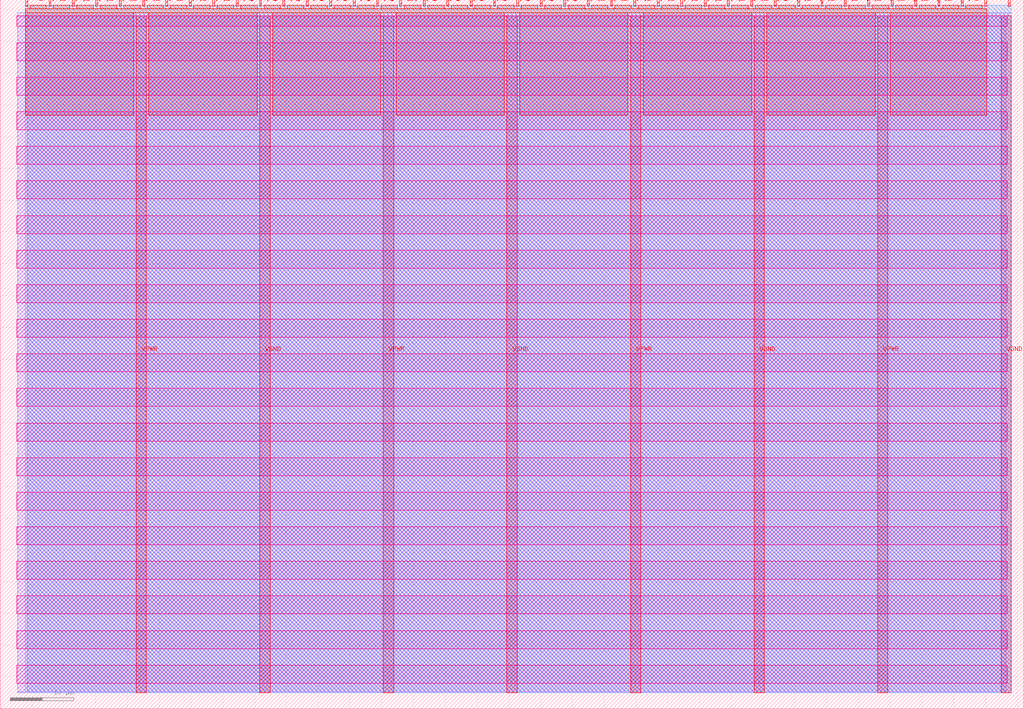
<source format=lef>
VERSION 5.7 ;
  NOWIREEXTENSIONATPIN ON ;
  DIVIDERCHAR "/" ;
  BUSBITCHARS "[]" ;
MACRO tt_um_serdes
  CLASS BLOCK ;
  FOREIGN tt_um_serdes ;
  ORIGIN 0.000 0.000 ;
  SIZE 161.000 BY 111.520 ;
  PIN VGND
    DIRECTION INOUT ;
    USE GROUND ;
    PORT
      LAYER met4 ;
        RECT 40.830 2.480 42.430 109.040 ;
    END
    PORT
      LAYER met4 ;
        RECT 79.700 2.480 81.300 109.040 ;
    END
    PORT
      LAYER met4 ;
        RECT 118.570 2.480 120.170 109.040 ;
    END
    PORT
      LAYER met4 ;
        RECT 157.440 2.480 159.040 109.040 ;
    END
  END VGND
  PIN VPWR
    DIRECTION INOUT ;
    USE POWER ;
    PORT
      LAYER met4 ;
        RECT 21.395 2.480 22.995 109.040 ;
    END
    PORT
      LAYER met4 ;
        RECT 60.265 2.480 61.865 109.040 ;
    END
    PORT
      LAYER met4 ;
        RECT 99.135 2.480 100.735 109.040 ;
    END
    PORT
      LAYER met4 ;
        RECT 138.005 2.480 139.605 109.040 ;
    END
  END VPWR
  PIN clk
    DIRECTION INPUT ;
    USE SIGNAL ;
    ANTENNAGATEAREA 0.852000 ;
    PORT
      LAYER met4 ;
        RECT 154.870 110.520 155.170 111.520 ;
    END
  END clk
  PIN ena
    DIRECTION INPUT ;
    USE SIGNAL ;
    PORT
      LAYER met4 ;
        RECT 158.550 110.520 158.850 111.520 ;
    END
  END ena
  PIN rst_n
    DIRECTION INPUT ;
    USE SIGNAL ;
    ANTENNAGATEAREA 0.196500 ;
    PORT
      LAYER met4 ;
        RECT 151.190 110.520 151.490 111.520 ;
    END
  END rst_n
  PIN ui_in[0]
    DIRECTION INPUT ;
    USE SIGNAL ;
    ANTENNAGATEAREA 0.196500 ;
    PORT
      LAYER met4 ;
        RECT 147.510 110.520 147.810 111.520 ;
    END
  END ui_in[0]
  PIN ui_in[1]
    DIRECTION INPUT ;
    USE SIGNAL ;
    ANTENNAGATEAREA 0.196500 ;
    PORT
      LAYER met4 ;
        RECT 143.830 110.520 144.130 111.520 ;
    END
  END ui_in[1]
  PIN ui_in[2]
    DIRECTION INPUT ;
    USE SIGNAL ;
    ANTENNAGATEAREA 0.196500 ;
    PORT
      LAYER met4 ;
        RECT 140.150 110.520 140.450 111.520 ;
    END
  END ui_in[2]
  PIN ui_in[3]
    DIRECTION INPUT ;
    USE SIGNAL ;
    ANTENNAGATEAREA 0.196500 ;
    PORT
      LAYER met4 ;
        RECT 136.470 110.520 136.770 111.520 ;
    END
  END ui_in[3]
  PIN ui_in[4]
    DIRECTION INPUT ;
    USE SIGNAL ;
    ANTENNAGATEAREA 0.196500 ;
    PORT
      LAYER met4 ;
        RECT 132.790 110.520 133.090 111.520 ;
    END
  END ui_in[4]
  PIN ui_in[5]
    DIRECTION INPUT ;
    USE SIGNAL ;
    ANTENNAGATEAREA 0.196500 ;
    PORT
      LAYER met4 ;
        RECT 129.110 110.520 129.410 111.520 ;
    END
  END ui_in[5]
  PIN ui_in[6]
    DIRECTION INPUT ;
    USE SIGNAL ;
    ANTENNAGATEAREA 0.196500 ;
    PORT
      LAYER met4 ;
        RECT 125.430 110.520 125.730 111.520 ;
    END
  END ui_in[6]
  PIN ui_in[7]
    DIRECTION INPUT ;
    USE SIGNAL ;
    ANTENNAGATEAREA 0.196500 ;
    PORT
      LAYER met4 ;
        RECT 121.750 110.520 122.050 111.520 ;
    END
  END ui_in[7]
  PIN uio_in[0]
    DIRECTION INPUT ;
    USE SIGNAL ;
    ANTENNAGATEAREA 0.196500 ;
    PORT
      LAYER met4 ;
        RECT 118.070 110.520 118.370 111.520 ;
    END
  END uio_in[0]
  PIN uio_in[1]
    DIRECTION INPUT ;
    USE SIGNAL ;
    PORT
      LAYER met4 ;
        RECT 114.390 110.520 114.690 111.520 ;
    END
  END uio_in[1]
  PIN uio_in[2]
    DIRECTION INPUT ;
    USE SIGNAL ;
    ANTENNAGATEAREA 0.213000 ;
    PORT
      LAYER met4 ;
        RECT 110.710 110.520 111.010 111.520 ;
    END
  END uio_in[2]
  PIN uio_in[3]
    DIRECTION INPUT ;
    USE SIGNAL ;
    ANTENNAGATEAREA 0.213000 ;
    PORT
      LAYER met4 ;
        RECT 107.030 110.520 107.330 111.520 ;
    END
  END uio_in[3]
  PIN uio_in[4]
    DIRECTION INPUT ;
    USE SIGNAL ;
    ANTENNAGATEAREA 0.159000 ;
    PORT
      LAYER met4 ;
        RECT 103.350 110.520 103.650 111.520 ;
    END
  END uio_in[4]
  PIN uio_in[5]
    DIRECTION INPUT ;
    USE SIGNAL ;
    PORT
      LAYER met4 ;
        RECT 99.670 110.520 99.970 111.520 ;
    END
  END uio_in[5]
  PIN uio_in[6]
    DIRECTION INPUT ;
    USE SIGNAL ;
    PORT
      LAYER met4 ;
        RECT 95.990 110.520 96.290 111.520 ;
    END
  END uio_in[6]
  PIN uio_in[7]
    DIRECTION INPUT ;
    USE SIGNAL ;
    PORT
      LAYER met4 ;
        RECT 92.310 110.520 92.610 111.520 ;
    END
  END uio_in[7]
  PIN uio_oe[0]
    DIRECTION OUTPUT TRISTATE ;
    USE SIGNAL ;
    PORT
      LAYER met4 ;
        RECT 29.750 110.520 30.050 111.520 ;
    END
  END uio_oe[0]
  PIN uio_oe[1]
    DIRECTION OUTPUT TRISTATE ;
    USE SIGNAL ;
    PORT
      LAYER met4 ;
        RECT 26.070 110.520 26.370 111.520 ;
    END
  END uio_oe[1]
  PIN uio_oe[2]
    DIRECTION OUTPUT TRISTATE ;
    USE SIGNAL ;
    PORT
      LAYER met4 ;
        RECT 22.390 110.520 22.690 111.520 ;
    END
  END uio_oe[2]
  PIN uio_oe[3]
    DIRECTION OUTPUT TRISTATE ;
    USE SIGNAL ;
    PORT
      LAYER met4 ;
        RECT 18.710 110.520 19.010 111.520 ;
    END
  END uio_oe[3]
  PIN uio_oe[4]
    DIRECTION OUTPUT TRISTATE ;
    USE SIGNAL ;
    PORT
      LAYER met4 ;
        RECT 15.030 110.520 15.330 111.520 ;
    END
  END uio_oe[4]
  PIN uio_oe[5]
    DIRECTION OUTPUT TRISTATE ;
    USE SIGNAL ;
    PORT
      LAYER met4 ;
        RECT 11.350 110.520 11.650 111.520 ;
    END
  END uio_oe[5]
  PIN uio_oe[6]
    DIRECTION OUTPUT TRISTATE ;
    USE SIGNAL ;
    PORT
      LAYER met4 ;
        RECT 7.670 110.520 7.970 111.520 ;
    END
  END uio_oe[6]
  PIN uio_oe[7]
    DIRECTION OUTPUT TRISTATE ;
    USE SIGNAL ;
    PORT
      LAYER met4 ;
        RECT 3.990 110.520 4.290 111.520 ;
    END
  END uio_oe[7]
  PIN uio_out[0]
    DIRECTION OUTPUT TRISTATE ;
    USE SIGNAL ;
    ANTENNADIFFAREA 0.795200 ;
    PORT
      LAYER met4 ;
        RECT 59.190 110.520 59.490 111.520 ;
    END
  END uio_out[0]
  PIN uio_out[1]
    DIRECTION OUTPUT TRISTATE ;
    USE SIGNAL ;
    PORT
      LAYER met4 ;
        RECT 55.510 110.520 55.810 111.520 ;
    END
  END uio_out[1]
  PIN uio_out[2]
    DIRECTION OUTPUT TRISTATE ;
    USE SIGNAL ;
    PORT
      LAYER met4 ;
        RECT 51.830 110.520 52.130 111.520 ;
    END
  END uio_out[2]
  PIN uio_out[3]
    DIRECTION OUTPUT TRISTATE ;
    USE SIGNAL ;
    PORT
      LAYER met4 ;
        RECT 48.150 110.520 48.450 111.520 ;
    END
  END uio_out[3]
  PIN uio_out[4]
    DIRECTION OUTPUT TRISTATE ;
    USE SIGNAL ;
    PORT
      LAYER met4 ;
        RECT 44.470 110.520 44.770 111.520 ;
    END
  END uio_out[4]
  PIN uio_out[5]
    DIRECTION OUTPUT TRISTATE ;
    USE SIGNAL ;
    PORT
      LAYER met4 ;
        RECT 40.790 110.520 41.090 111.520 ;
    END
  END uio_out[5]
  PIN uio_out[6]
    DIRECTION OUTPUT TRISTATE ;
    USE SIGNAL ;
    PORT
      LAYER met4 ;
        RECT 37.110 110.520 37.410 111.520 ;
    END
  END uio_out[6]
  PIN uio_out[7]
    DIRECTION OUTPUT TRISTATE ;
    USE SIGNAL ;
    PORT
      LAYER met4 ;
        RECT 33.430 110.520 33.730 111.520 ;
    END
  END uio_out[7]
  PIN uo_out[0]
    DIRECTION OUTPUT TRISTATE ;
    USE SIGNAL ;
    ANTENNAGATEAREA 0.126000 ;
    ANTENNADIFFAREA 0.891000 ;
    PORT
      LAYER met4 ;
        RECT 88.630 110.520 88.930 111.520 ;
    END
  END uo_out[0]
  PIN uo_out[1]
    DIRECTION OUTPUT TRISTATE ;
    USE SIGNAL ;
    ANTENNAGATEAREA 0.126000 ;
    ANTENNADIFFAREA 0.891000 ;
    PORT
      LAYER met4 ;
        RECT 84.950 110.520 85.250 111.520 ;
    END
  END uo_out[1]
  PIN uo_out[2]
    DIRECTION OUTPUT TRISTATE ;
    USE SIGNAL ;
    ANTENNAGATEAREA 0.126000 ;
    ANTENNADIFFAREA 0.891000 ;
    PORT
      LAYER met4 ;
        RECT 81.270 110.520 81.570 111.520 ;
    END
  END uo_out[2]
  PIN uo_out[3]
    DIRECTION OUTPUT TRISTATE ;
    USE SIGNAL ;
    ANTENNAGATEAREA 0.126000 ;
    ANTENNADIFFAREA 0.891000 ;
    PORT
      LAYER met4 ;
        RECT 77.590 110.520 77.890 111.520 ;
    END
  END uo_out[3]
  PIN uo_out[4]
    DIRECTION OUTPUT TRISTATE ;
    USE SIGNAL ;
    ANTENNAGATEAREA 0.126000 ;
    ANTENNADIFFAREA 0.891000 ;
    PORT
      LAYER met4 ;
        RECT 73.910 110.520 74.210 111.520 ;
    END
  END uo_out[4]
  PIN uo_out[5]
    DIRECTION OUTPUT TRISTATE ;
    USE SIGNAL ;
    ANTENNAGATEAREA 0.126000 ;
    ANTENNADIFFAREA 0.891000 ;
    PORT
      LAYER met4 ;
        RECT 70.230 110.520 70.530 111.520 ;
    END
  END uo_out[5]
  PIN uo_out[6]
    DIRECTION OUTPUT TRISTATE ;
    USE SIGNAL ;
    ANTENNAGATEAREA 0.126000 ;
    ANTENNADIFFAREA 0.891000 ;
    PORT
      LAYER met4 ;
        RECT 66.550 110.520 66.850 111.520 ;
    END
  END uo_out[6]
  PIN uo_out[7]
    DIRECTION OUTPUT TRISTATE ;
    USE SIGNAL ;
    ANTENNAGATEAREA 0.126000 ;
    ANTENNADIFFAREA 0.891000 ;
    PORT
      LAYER met4 ;
        RECT 62.870 110.520 63.170 111.520 ;
    END
  END uo_out[7]
  OBS
      LAYER nwell ;
        RECT 2.570 107.385 158.430 108.990 ;
        RECT 2.570 101.945 158.430 104.775 ;
        RECT 2.570 96.505 158.430 99.335 ;
        RECT 2.570 91.065 158.430 93.895 ;
        RECT 2.570 85.625 158.430 88.455 ;
        RECT 2.570 80.185 158.430 83.015 ;
        RECT 2.570 74.745 158.430 77.575 ;
        RECT 2.570 69.305 158.430 72.135 ;
        RECT 2.570 63.865 158.430 66.695 ;
        RECT 2.570 58.425 158.430 61.255 ;
        RECT 2.570 52.985 158.430 55.815 ;
        RECT 2.570 47.545 158.430 50.375 ;
        RECT 2.570 42.105 158.430 44.935 ;
        RECT 2.570 36.665 158.430 39.495 ;
        RECT 2.570 31.225 158.430 34.055 ;
        RECT 2.570 25.785 158.430 28.615 ;
        RECT 2.570 20.345 158.430 23.175 ;
        RECT 2.570 14.905 158.430 17.735 ;
        RECT 2.570 9.465 158.430 12.295 ;
        RECT 2.570 4.025 158.430 6.855 ;
      LAYER li1 ;
        RECT 2.760 2.635 158.240 108.885 ;
      LAYER met1 ;
        RECT 2.760 2.480 159.040 109.440 ;
      LAYER met2 ;
        RECT 4.230 2.535 159.010 110.685 ;
      LAYER met3 ;
        RECT 3.950 2.555 159.030 110.665 ;
      LAYER met4 ;
        RECT 4.690 110.120 7.270 110.665 ;
        RECT 8.370 110.120 10.950 110.665 ;
        RECT 12.050 110.120 14.630 110.665 ;
        RECT 15.730 110.120 18.310 110.665 ;
        RECT 19.410 110.120 21.990 110.665 ;
        RECT 23.090 110.120 25.670 110.665 ;
        RECT 26.770 110.120 29.350 110.665 ;
        RECT 30.450 110.120 33.030 110.665 ;
        RECT 34.130 110.120 36.710 110.665 ;
        RECT 37.810 110.120 40.390 110.665 ;
        RECT 41.490 110.120 44.070 110.665 ;
        RECT 45.170 110.120 47.750 110.665 ;
        RECT 48.850 110.120 51.430 110.665 ;
        RECT 52.530 110.120 55.110 110.665 ;
        RECT 56.210 110.120 58.790 110.665 ;
        RECT 59.890 110.120 62.470 110.665 ;
        RECT 63.570 110.120 66.150 110.665 ;
        RECT 67.250 110.120 69.830 110.665 ;
        RECT 70.930 110.120 73.510 110.665 ;
        RECT 74.610 110.120 77.190 110.665 ;
        RECT 78.290 110.120 80.870 110.665 ;
        RECT 81.970 110.120 84.550 110.665 ;
        RECT 85.650 110.120 88.230 110.665 ;
        RECT 89.330 110.120 91.910 110.665 ;
        RECT 93.010 110.120 95.590 110.665 ;
        RECT 96.690 110.120 99.270 110.665 ;
        RECT 100.370 110.120 102.950 110.665 ;
        RECT 104.050 110.120 106.630 110.665 ;
        RECT 107.730 110.120 110.310 110.665 ;
        RECT 111.410 110.120 113.990 110.665 ;
        RECT 115.090 110.120 117.670 110.665 ;
        RECT 118.770 110.120 121.350 110.665 ;
        RECT 122.450 110.120 125.030 110.665 ;
        RECT 126.130 110.120 128.710 110.665 ;
        RECT 129.810 110.120 132.390 110.665 ;
        RECT 133.490 110.120 136.070 110.665 ;
        RECT 137.170 110.120 139.750 110.665 ;
        RECT 140.850 110.120 143.430 110.665 ;
        RECT 144.530 110.120 147.110 110.665 ;
        RECT 148.210 110.120 150.790 110.665 ;
        RECT 151.890 110.120 154.470 110.665 ;
        RECT 3.975 109.440 155.185 110.120 ;
        RECT 3.975 93.335 20.995 109.440 ;
        RECT 23.395 93.335 40.430 109.440 ;
        RECT 42.830 93.335 59.865 109.440 ;
        RECT 62.265 93.335 79.300 109.440 ;
        RECT 81.700 93.335 98.735 109.440 ;
        RECT 101.135 93.335 118.170 109.440 ;
        RECT 120.570 93.335 137.605 109.440 ;
        RECT 140.005 93.335 155.185 109.440 ;
  END
END tt_um_serdes
END LIBRARY


</source>
